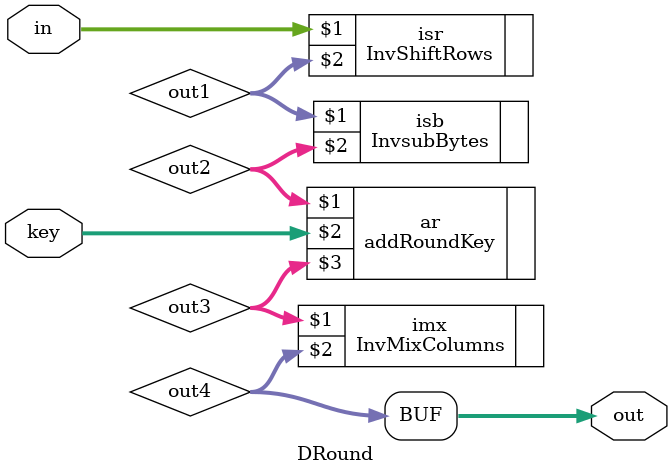
<source format=v>
module DRound(input [127:0]in,input [127:0]key,output [127:0]out);



wire [127:0]out1;
wire [127:0]out2;
wire [127:0]out3;
wire [127:0]out4;

  InvShiftRows isr(in,out1);
  InvsubBytes isb(out1,out2);
  addRoundKey ar(out2,key,out3);
  InvMixColumns imx(out3,out4);



assign out = out4;




endmodule

</source>
